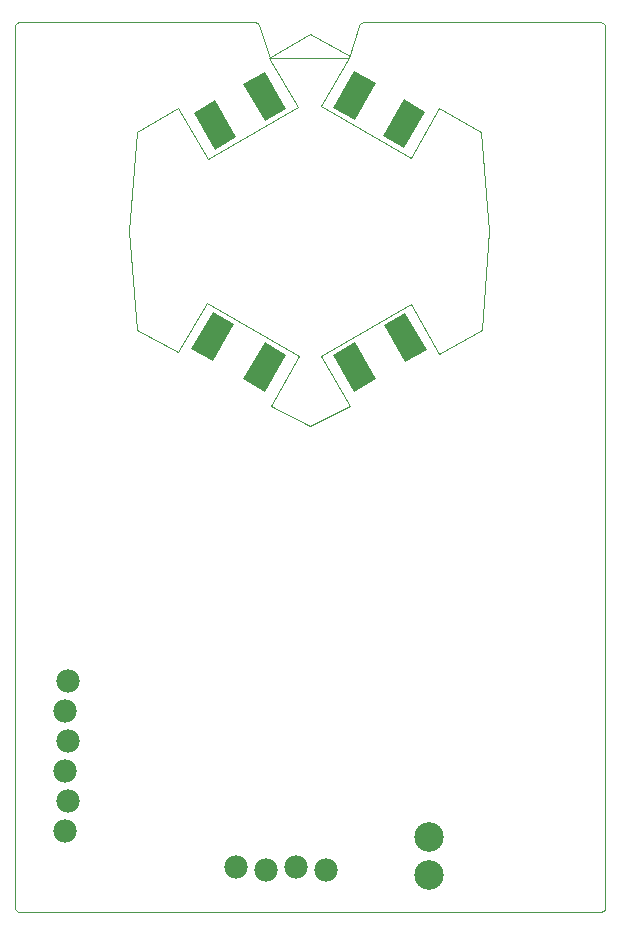
<source format=gbs>
G75*
G70*
%OFA0B0*%
%FSLAX24Y24*%
%IPPOS*%
%LPD*%
%AMOC8*
5,1,8,0,0,1.08239X$1,22.5*
%
%ADD10C,0.0000*%
%ADD11C,0.0004*%
%ADD12R,0.1418X0.0827*%
%ADD13R,0.0827X0.1418*%
%ADD14C,0.0780*%
%ADD15C,0.0985*%
D10*
X001952Y001385D02*
X001952Y030747D01*
X001954Y030769D01*
X001959Y030791D01*
X001967Y030811D01*
X001979Y030830D01*
X001994Y030847D01*
X002011Y030862D01*
X002030Y030874D01*
X002050Y030882D01*
X002072Y030887D01*
X002094Y030889D01*
X009960Y030889D01*
X009982Y030887D01*
X010004Y030882D01*
X010024Y030874D01*
X010043Y030862D01*
X010060Y030848D01*
X010074Y030831D01*
X010086Y030812D01*
X010095Y030792D01*
X010094Y030792D02*
X010456Y029708D01*
X013093Y029708D01*
X013413Y030773D01*
X013421Y030794D01*
X013432Y030814D01*
X013446Y030833D01*
X013462Y030849D01*
X013481Y030863D01*
X013501Y030873D01*
X013523Y030881D01*
X013545Y030886D01*
X013568Y030888D01*
X013568Y030889D02*
X021474Y030889D01*
X021474Y030888D02*
X021497Y030886D01*
X021520Y030881D01*
X021541Y030873D01*
X021562Y030862D01*
X021580Y030848D01*
X021596Y030832D01*
X021610Y030814D01*
X021621Y030793D01*
X021629Y030772D01*
X021634Y030749D01*
X021636Y030726D01*
X021637Y030726D02*
X021637Y001405D01*
X021636Y001405D02*
X021634Y001382D01*
X021629Y001359D01*
X021621Y001338D01*
X021610Y001317D01*
X021596Y001299D01*
X021580Y001283D01*
X021562Y001269D01*
X021541Y001258D01*
X021520Y001250D01*
X021497Y001245D01*
X021474Y001243D01*
X002094Y001243D01*
X002072Y001245D01*
X002050Y001250D01*
X002030Y001258D01*
X002011Y001270D01*
X001994Y001285D01*
X001979Y001302D01*
X001967Y001321D01*
X001959Y001341D01*
X001954Y001363D01*
X001952Y001385D01*
D11*
X010479Y018101D02*
X011778Y017432D01*
X013117Y018101D01*
X012172Y019755D01*
X015164Y021487D01*
X016109Y019834D01*
X017526Y020621D01*
X017763Y023928D01*
X017487Y027235D01*
X016109Y028023D01*
X015164Y026369D01*
X012172Y028101D01*
X013117Y029755D01*
X011778Y030503D01*
X010440Y029715D01*
X011385Y028062D01*
X008393Y026330D01*
X007408Y028023D01*
X006030Y027235D01*
X005755Y023928D01*
X006030Y020621D01*
X007408Y019912D01*
X008353Y021526D01*
X011424Y019755D01*
X010479Y018101D01*
D12*
G36*
X013277Y020220D02*
X013986Y018993D01*
X013271Y018580D01*
X012562Y019807D01*
X013277Y020220D01*
G37*
G36*
X014970Y021205D02*
X015679Y019978D01*
X014964Y019565D01*
X014255Y020792D01*
X014970Y021205D01*
G37*
G36*
X010285Y029236D02*
X010994Y028009D01*
X010279Y027596D01*
X009570Y028823D01*
X010285Y029236D01*
G37*
G36*
X008632Y028291D02*
X009341Y027064D01*
X008626Y026651D01*
X007917Y027878D01*
X008632Y028291D01*
G37*
D13*
G36*
X013271Y029276D02*
X013986Y028863D01*
X013277Y027636D01*
X012562Y028049D01*
X013271Y029276D01*
G37*
G36*
X014925Y028331D02*
X015640Y027918D01*
X014931Y026691D01*
X014216Y027104D01*
X014925Y028331D01*
G37*
G36*
X010279Y020220D02*
X010994Y019807D01*
X010285Y018580D01*
X009570Y018993D01*
X010279Y020220D01*
G37*
G36*
X008547Y021244D02*
X009262Y020831D01*
X008553Y019604D01*
X007838Y020017D01*
X008547Y021244D01*
G37*
D14*
X003734Y008920D03*
X003634Y007920D03*
X003734Y006920D03*
X003634Y005920D03*
X003734Y004920D03*
X003634Y003920D03*
X009314Y002750D03*
X010314Y002650D03*
X011314Y002750D03*
X012314Y002650D03*
D15*
X015771Y002463D03*
X015771Y003723D03*
M02*

</source>
